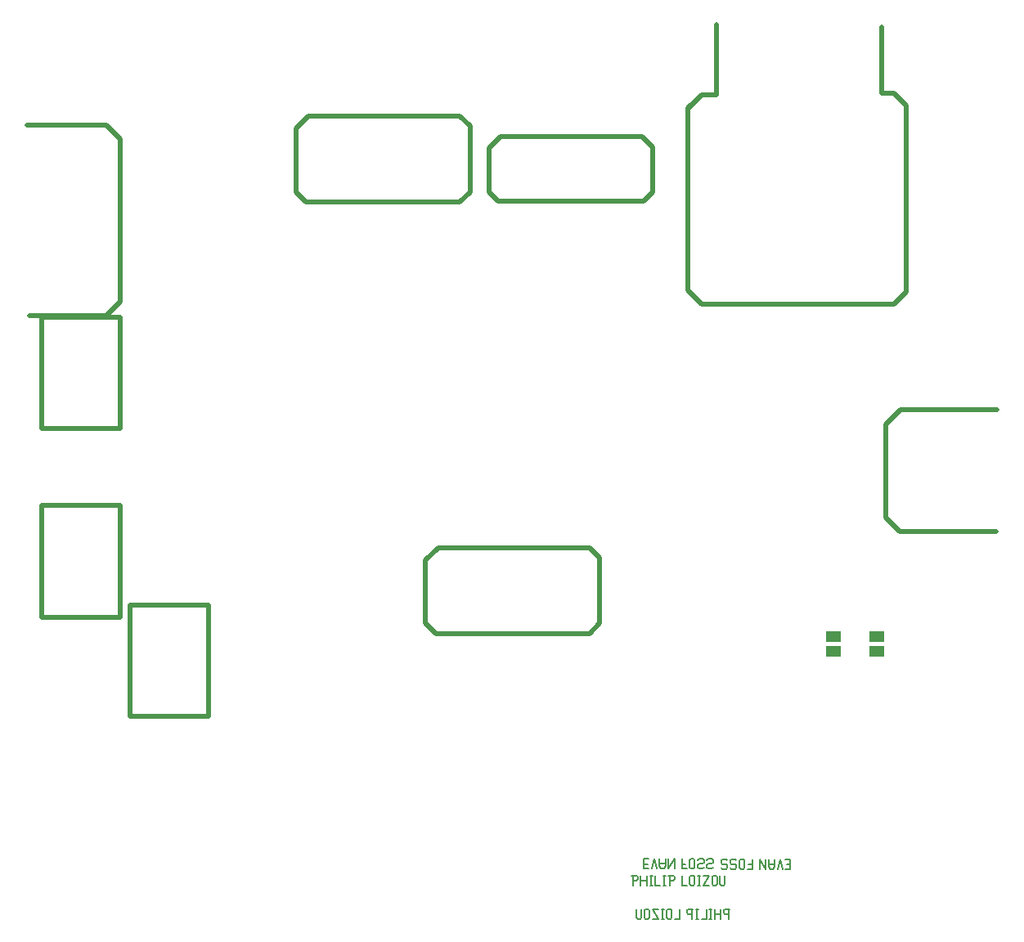
<source format=gbr>
G04 start of page 12 for group -4015 idx -4015 *
G04 Title: (unknown), toppaste *
G04 Creator: pcb 20110918 *
G04 CreationDate: Wed Jan  8 22:31:43 2014 UTC *
G04 For: fosse *
G04 Format: Gerber/RS-274X *
G04 PCB-Dimensions: 550000 850000 *
G04 PCB-Coordinate-Origin: lower left *
%MOIN*%
%FSLAX25Y25*%
%LNTOPPASTE*%
%ADD137C,0.0060*%
%ADD136C,0.0200*%
%ADD135R,0.0433X0.0433*%
%ADD134R,0.0433X0.0433*%
G54D134*X387070Y549548D02*X388646D01*
G54D135*X387070Y555453D02*X388646D01*
G54D134*X369354Y549548D02*X370928D01*
G54D135*X369354Y555453D02*X370929D01*
G54D136*X115500Y568500D02*Y523000D01*
X83500Y568500D02*X115500D01*
X83500D02*Y523000D01*
X115500D01*
X41500Y763950D02*X73900D01*
X79500Y758350D01*
Y692050D01*
X74100Y686650D02*X79500Y692050D01*
X73900Y686450D02*X79500Y692050D01*
X42500Y686450D02*X73900D01*
X79500Y609000D02*Y563500D01*
X47500Y609000D02*X79500D01*
X47500D02*Y563500D01*
X79500D01*
Y685800D02*Y640300D01*
X47500Y685800D02*X79500D01*
X47500D02*Y640300D01*
X79500D01*
X155190Y732760D02*X217990D01*
X222090Y736860D01*
Y763660D02*Y736860D01*
X217990Y767760D02*X222090Y763660D01*
X156190Y767760D02*X217990D01*
X151090Y762660D02*X156190Y767760D01*
X151090Y762660D02*Y736860D01*
X155190Y732760D01*
X208090Y556860D02*X270890D01*
X274990Y560960D01*
Y587760D02*Y560960D01*
X270890Y591860D02*X274990Y587760D01*
X209090Y591860D02*X270890D01*
X203990Y586760D02*X209090Y591860D01*
X203990Y586760D02*Y560960D01*
X208090Y556860D01*
X270890D01*
X274990Y560960D01*
Y587760D02*Y560960D01*
X270890Y591860D02*X274990Y587760D01*
X209090Y591860D02*X270890D01*
X203990Y586760D02*X209090Y591860D01*
X203990Y586760D02*Y560960D01*
X208090Y556860D01*
X233500Y733200D02*X292800D01*
X296400Y736800D01*
Y755100D02*Y736800D01*
X292250Y759250D02*X296400Y755100D01*
X234450Y759250D02*X292250D01*
X229900Y754700D02*X234450Y759250D01*
X229900Y754700D02*Y736800D01*
X233500Y733200D01*
X397600Y648000D02*X437000D01*
X391500Y641900D02*X397600Y648000D01*
X391500Y641900D02*Y604100D01*
X397100Y598500D01*
X436500D01*
X322500Y805000D02*Y776500D01*
X316600D02*X322500D01*
X311200Y771100D02*X316600Y776500D01*
X311000Y770900D02*X316600Y776500D01*
X311000Y770900D02*Y696600D01*
X316600Y691000D01*
X394900D01*
X400000Y696100D01*
Y771900D02*Y696100D01*
X394900Y777000D02*X400000Y771900D01*
X390100Y777000D02*X394900D01*
X390000Y777100D02*X390100Y777000D01*
X390000Y804000D02*Y777100D01*
G54D137*X324500Y461300D02*X325000Y460800D01*
X326500D01*
X327000Y461300D01*
Y462300D02*Y461300D01*
X326500Y462800D02*X327000Y462300D01*
X325000Y462800D02*X326500D01*
X324500Y463300D02*X325000Y462800D01*
X324500Y464300D02*Y463300D01*
Y464300D02*X325000Y464800D01*
X326500D01*
X327000Y464300D01*
X328200Y461300D02*X328700Y460800D01*
X330200D01*
X330700Y461300D01*
Y462300D02*Y461300D01*
X330200Y462800D02*X330700Y462300D01*
X328700Y462800D02*X330200D01*
X328200Y463300D02*X328700Y462800D01*
X328200Y464300D02*Y463300D01*
Y464300D02*X328700Y464800D01*
X330200D01*
X330700Y464300D01*
X331900Y461300D02*X332400Y460800D01*
X331900Y464300D02*Y461300D01*
Y464300D02*X332400Y464800D01*
X333400D01*
X333900Y464300D01*
Y461300D01*
X333400Y460800D02*X333900Y461300D01*
X332400Y460800D02*X333400D01*
X335100D02*X337100D01*
Y464800D02*Y460800D01*
X335600Y462600D02*X337100D01*
X340100Y464800D02*X342600Y460800D01*
X340100Y464800D02*Y460800D01*
X342600Y464800D02*Y460800D01*
X343800Y464800D02*Y461800D01*
X344500Y460800D01*
X346300Y464800D02*Y461800D01*
X345600Y460800D02*X346300Y461800D01*
X344500Y460800D02*X345600D01*
X343800Y462800D02*X346300D01*
X347500Y460800D02*X348500Y464800D01*
X349500Y460800D01*
X350700D02*X352700D01*
Y464800D02*Y460800D01*
X350700Y464800D02*X352700D01*
X351200Y462600D02*X352700D01*
X292900Y461000D02*X294900D01*
X292900Y465000D02*Y461000D01*
Y465000D02*X294900D01*
X292900Y462800D02*X294400D01*
X296100Y461000D02*X297100Y465000D01*
X298100Y461000D01*
X299300Y465000D02*Y462000D01*
X300000Y461000D01*
X301800Y465000D02*Y462000D01*
X301100Y461000D02*X301800Y462000D01*
X300000Y461000D02*X301100D01*
X299300Y463000D02*X301800D01*
X303000Y465000D02*Y461000D01*
X305500Y465000D01*
Y461000D01*
X308500D02*X310500D01*
X308500Y465000D02*Y461000D01*
Y462800D02*X310000D01*
X311700Y461500D02*X312200Y461000D01*
X313200D01*
X313700Y461500D01*
Y464500D02*Y461500D01*
X313200Y465000D02*X313700Y464500D01*
X312200Y465000D02*X313200D01*
X311700Y464500D02*X312200Y465000D01*
X311700Y464500D02*Y461500D01*
X316900Y461000D02*X317400Y461500D01*
X315400Y461000D02*X316900D01*
X314900Y461500D02*X315400Y461000D01*
X314900Y462500D02*Y461500D01*
Y462500D02*X315400Y463000D01*
X316900D01*
X317400Y463500D01*
Y464500D02*Y463500D01*
X316900Y465000D02*X317400Y464500D01*
X315400Y465000D02*X316900D01*
X314900Y464500D02*X315400Y465000D01*
X318600Y464500D02*X319100Y465000D01*
X320600D01*
X321100Y464500D01*
Y463500D01*
X320600Y463000D02*X321100Y463500D01*
X319100Y463000D02*X320600D01*
X318600Y462500D02*X319100Y463000D01*
X318600Y462500D02*Y461500D01*
X319100Y461000D01*
X320600D01*
X321100Y461500D01*
X326000Y458200D02*Y454700D01*
X325500Y454200D02*X326000Y454700D01*
X324500Y454200D02*X325500D01*
X324000Y454700D02*X324500Y454200D01*
X324000Y458200D02*Y454700D01*
X322300Y458200D02*X322800Y457700D01*
Y454700D01*
X322300Y454200D02*X322800Y454700D01*
X321300Y454200D02*X322300D01*
X320800Y454700D02*X321300Y454200D01*
X320800Y457700D02*Y454700D01*
Y457700D02*X321300Y458200D01*
X322300D01*
X317100D02*X319600D01*
X317100Y454200D02*X319600Y458200D01*
X317100Y454200D02*X319600D01*
X314900Y458200D02*X315900D01*
X315400D02*Y454200D01*
X314900D02*X315900D01*
X313200Y458200D02*X313700Y457700D01*
Y454700D01*
X313200Y454200D02*X313700Y454700D01*
X312200Y454200D02*X313200D01*
X311700Y454700D02*X312200Y454200D01*
X311700Y457700D02*Y454700D01*
Y457700D02*X312200Y458200D01*
X313200D01*
X308500Y454200D02*X310500D01*
X308500Y458200D02*Y454200D01*
X303000Y458200D02*X305000D01*
X305500Y457700D01*
Y456700D01*
X305000Y456200D02*X305500Y456700D01*
X303500Y456200D02*X305000D01*
X303500Y458200D02*Y454200D01*
X300800Y458200D02*X301800D01*
X301300D02*Y454200D01*
X300800D02*X301800D01*
X297600D02*X299600D01*
X297600Y458200D02*Y454200D01*
X295400Y458200D02*X296400D01*
X295900D02*Y454200D01*
X295400D02*X296400D01*
X294200Y458200D02*Y454200D01*
X291700Y456200D02*X294200D01*
X291700Y458200D02*Y454200D01*
X288000Y458200D02*X290000D01*
X290500Y457700D01*
Y456700D01*
X290000Y456200D02*X290500Y456700D01*
X288500Y456200D02*X290000D01*
X288500Y458200D02*Y454200D01*
X326000Y444500D02*X328000D01*
X325500Y444000D02*X326000Y444500D01*
X325500Y444000D02*Y443000D01*
X326000Y442500D01*
X327500D01*
Y444500D02*Y440500D01*
X324300Y444500D02*Y440500D01*
X321800Y444500D02*Y440500D01*
Y442500D02*X324300D01*
X319600Y444500D02*X320600D01*
X320100D02*Y440500D01*
X319600D02*X320600D01*
X318400Y444500D02*Y440500D01*
X316400D02*X318400D01*
X314200Y444500D02*X315200D01*
X314700D02*Y440500D01*
X314200D02*X315200D01*
X311000Y444500D02*X313000D01*
X310500Y444000D02*X311000Y444500D01*
X310500Y444000D02*Y443000D01*
X311000Y442500D01*
X312500D01*
Y444500D02*Y440500D01*
X307500Y444500D02*Y440500D01*
X305500D02*X307500D01*
X303800Y444500D02*X304300Y444000D01*
Y441000D01*
X303800Y440500D02*X304300Y441000D01*
X302800Y440500D02*X303800D01*
X302300Y441000D02*X302800Y440500D01*
X302300Y444000D02*Y441000D01*
Y444000D02*X302800Y444500D01*
X303800D01*
X300100D02*X301100D01*
X300600D02*Y440500D01*
X300100D02*X301100D01*
X296400Y444500D02*X298900D01*
X296400D02*X298900Y440500D01*
X296400D02*X298900D01*
X294700Y444500D02*X295200Y444000D01*
Y441000D01*
X294700Y440500D02*X295200Y441000D01*
X293700Y440500D02*X294700D01*
X293200Y441000D02*X293700Y440500D01*
X293200Y444000D02*Y441000D01*
Y444000D02*X293700Y444500D01*
X294700D01*
X292000D02*Y441000D01*
X291500Y440500D02*X292000Y441000D01*
X290500Y440500D02*X291500D01*
X290000Y441000D02*X290500Y440500D01*
X290000Y444500D02*Y441000D01*
M02*

</source>
